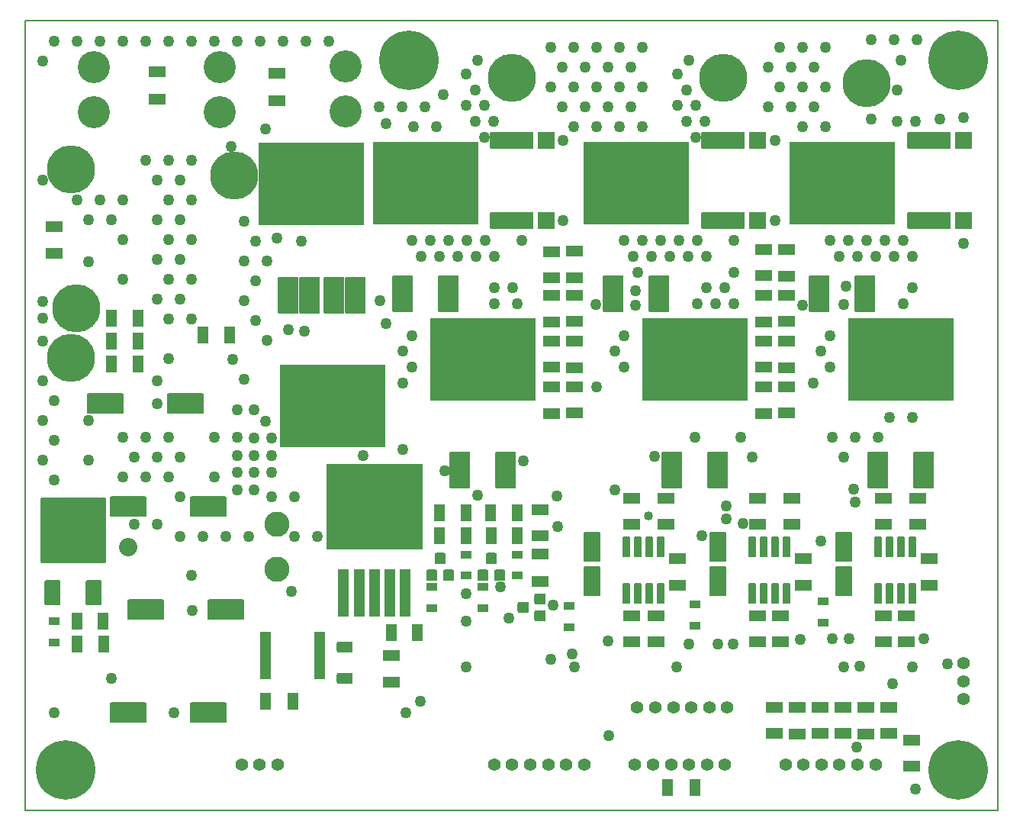
<source format=gbr>
G04 PROTEUS GERBER X2 FILE*
%TF.GenerationSoftware,Labcenter,Proteus,8.7-SP3-Build25561*%
%TF.CreationDate,2021-07-01T20:15:02+00:00*%
%TF.FileFunction,Soldermask,Top*%
%TF.FilePolarity,Negative*%
%TF.Part,Single*%
%TF.SameCoordinates,{0ff4b75a-929f-468c-805a-ac40d57636d7}*%
%FSLAX45Y45*%
%MOMM*%
G01*
%TA.AperFunction,Material*%
%ADD51C,1.270000*%
%ADD52C,2.032000*%
%ADD53C,1.016000*%
%AMPPAD048*
4,1,36,
2.413000,0.825500,
2.413000,-0.825500,
2.410470,-0.851470,
2.403200,-0.875480,
2.391650,-0.897080,
2.376290,-0.915790,
2.357570,-0.931150,
2.335980,-0.942700,
2.311970,-0.949970,
2.286000,-0.952500,
-2.286000,-0.952500,
-2.311970,-0.949970,
-2.335980,-0.942700,
-2.357570,-0.931150,
-2.376290,-0.915790,
-2.391650,-0.897080,
-2.403200,-0.875480,
-2.410470,-0.851470,
-2.413000,-0.825500,
-2.413000,0.825500,
-2.410470,0.851470,
-2.403200,0.875480,
-2.391650,0.897080,
-2.376290,0.915790,
-2.357570,0.931150,
-2.335980,0.942700,
-2.311970,0.949970,
-2.286000,0.952500,
2.286000,0.952500,
2.311970,0.949970,
2.335980,0.942700,
2.357570,0.931150,
2.376290,0.915790,
2.391650,0.897080,
2.403200,0.875480,
2.410470,0.851470,
2.413000,0.825500,
0*%
%TA.AperFunction,Material*%
%ADD54PPAD048*%
%AMPPAD049*
4,1,36,
0.952500,0.825500,
0.952500,-0.825500,
0.949970,-0.851470,
0.942700,-0.875480,
0.931150,-0.897080,
0.915790,-0.915790,
0.897070,-0.931150,
0.875480,-0.942700,
0.851470,-0.949970,
0.825500,-0.952500,
-0.825500,-0.952500,
-0.851470,-0.949970,
-0.875480,-0.942700,
-0.897070,-0.931150,
-0.915790,-0.915790,
-0.931150,-0.897080,
-0.942700,-0.875480,
-0.949970,-0.851470,
-0.952500,-0.825500,
-0.952500,0.825500,
-0.949970,0.851470,
-0.942700,0.875480,
-0.931150,0.897080,
-0.915790,0.915790,
-0.897070,0.931150,
-0.875480,0.942700,
-0.851470,0.949970,
-0.825500,0.952500,
0.825500,0.952500,
0.851470,0.949970,
0.875480,0.942700,
0.897070,0.931150,
0.915790,0.915790,
0.931150,0.897080,
0.942700,0.875480,
0.949970,0.851470,
0.952500,0.825500,
0*%
%ADD55PPAD049*%
%TA.AperFunction,Material*%
%ADD56C,5.334000*%
%AMPPAD051*
4,1,36,
-2.032000,-1.016000,
-2.032000,1.016000,
-2.029470,1.041970,
-2.022200,1.065980,
-2.010650,1.087580,
-1.995290,1.106290,
-1.976570,1.121650,
-1.954980,1.133200,
-1.930970,1.140470,
-1.905000,1.143000,
1.905000,1.143000,
1.930970,1.140470,
1.954980,1.133200,
1.976570,1.121650,
1.995290,1.106290,
2.010650,1.087580,
2.022200,1.065980,
2.029470,1.041970,
2.032000,1.016000,
2.032000,-1.016000,
2.029470,-1.041970,
2.022200,-1.065980,
2.010650,-1.087580,
1.995290,-1.106290,
1.976570,-1.121650,
1.954980,-1.133200,
1.930970,-1.140470,
1.905000,-1.143000,
-1.905000,-1.143000,
-1.930970,-1.140470,
-1.954980,-1.133200,
-1.976570,-1.121650,
-1.995290,-1.106290,
-2.010650,-1.087580,
-2.022200,-1.065980,
-2.029470,-1.041970,
-2.032000,-1.016000,
0*%
%TA.AperFunction,Material*%
%ADD57PPAD051*%
%AMPPAD052*
4,1,36,
-3.492500,3.619500,
3.492500,3.619500,
3.518470,3.616970,
3.542480,3.609700,
3.564080,3.598150,
3.582790,3.582790,
3.598150,3.564070,
3.609700,3.542480,
3.616970,3.518470,
3.619500,3.492500,
3.619500,-3.492500,
3.616970,-3.518470,
3.609700,-3.542480,
3.598150,-3.564070,
3.582790,-3.582790,
3.564080,-3.598150,
3.542480,-3.609700,
3.518470,-3.616970,
3.492500,-3.619500,
-3.492500,-3.619500,
-3.518470,-3.616970,
-3.542480,-3.609700,
-3.564080,-3.598150,
-3.582790,-3.582790,
-3.598150,-3.564070,
-3.609700,-3.542480,
-3.616970,-3.518470,
-3.619500,-3.492500,
-3.619500,3.492500,
-3.616970,3.518470,
-3.609700,3.542480,
-3.598150,3.564070,
-3.582790,3.582790,
-3.564080,3.598150,
-3.542480,3.609700,
-3.518470,3.616970,
-3.492500,3.619500,
0*%
%TA.AperFunction,Material*%
%ADD58PPAD052*%
%AMPPAD053*
4,1,36,
-0.762000,1.397000,
0.762000,1.397000,
0.787970,1.394470,
0.811980,1.387200,
0.833580,1.375650,
0.852290,1.360290,
0.867650,1.341570,
0.879200,1.319980,
0.886470,1.295970,
0.889000,1.270000,
0.889000,-1.270000,
0.886470,-1.295970,
0.879200,-1.319980,
0.867650,-1.341570,
0.852290,-1.360290,
0.833580,-1.375650,
0.811980,-1.387200,
0.787970,-1.394470,
0.762000,-1.397000,
-0.762000,-1.397000,
-0.787970,-1.394470,
-0.811980,-1.387200,
-0.833580,-1.375650,
-0.852290,-1.360290,
-0.867650,-1.341570,
-0.879200,-1.319980,
-0.886470,-1.295970,
-0.889000,-1.270000,
-0.889000,1.270000,
-0.886470,1.295970,
-0.879200,1.319980,
-0.867650,1.341570,
-0.852290,1.360290,
-0.833580,1.375650,
-0.811980,1.387200,
-0.787970,1.394470,
-0.762000,1.397000,
0*%
%ADD59PPAD053*%
%AMPPAD054*
4,1,36,
0.571500,0.317500,
0.571500,-0.317500,
0.568970,-0.343470,
0.561700,-0.367480,
0.550150,-0.389080,
0.534790,-0.407790,
0.516070,-0.423150,
0.494480,-0.434700,
0.470470,-0.441970,
0.444500,-0.444500,
-0.444500,-0.444500,
-0.470470,-0.441970,
-0.494480,-0.434700,
-0.516070,-0.423150,
-0.534790,-0.407790,
-0.550150,-0.389080,
-0.561700,-0.367480,
-0.568970,-0.343470,
-0.571500,-0.317500,
-0.571500,0.317500,
-0.568970,0.343470,
-0.561700,0.367480,
-0.550150,0.389080,
-0.534790,0.407790,
-0.516070,0.423150,
-0.494480,0.434700,
-0.470470,0.441970,
-0.444500,0.444500,
0.444500,0.444500,
0.470470,0.441970,
0.494480,0.434700,
0.516070,0.423150,
0.534790,0.407790,
0.550150,0.389080,
0.561700,0.367480,
0.568970,0.343470,
0.571500,0.317500,
0*%
%TA.AperFunction,Material*%
%ADD60PPAD054*%
%AMPPAD055*
4,1,4,
-0.571500,0.901700,
0.571500,0.901700,
0.571500,-0.901700,
-0.571500,-0.901700,
-0.571500,0.901700,
0*%
%ADD61PPAD055*%
%AMPPAD056*
4,1,4,
-0.571500,2.603500,
0.571500,2.603500,
0.571500,-2.603500,
-0.571500,-2.603500,
-0.571500,2.603500,
0*%
%TA.AperFunction,Material*%
%ADD62PPAD056*%
%AMPPAD057*
4,1,4,
-5.372100,-4.775200,
-5.372100,4.775200,
5.372100,4.775200,
5.372100,-4.775200,
-5.372100,-4.775200,
0*%
%ADD63PPAD057*%
%AMPPAD058*
4,1,4,
0.596900,-2.654300,
-0.596900,-2.654300,
-0.596900,2.654300,
0.596900,2.654300,
0.596900,-2.654300,
0*%
%TA.AperFunction,Material*%
%ADD64PPAD058*%
%AMPPAD059*
4,1,36,
-0.889000,-0.444500,
-0.889000,0.444500,
-0.886470,0.470470,
-0.879200,0.494480,
-0.867650,0.516080,
-0.852290,0.534790,
-0.833570,0.550150,
-0.811980,0.561700,
-0.787970,0.568970,
-0.762000,0.571500,
0.762000,0.571500,
0.787970,0.568970,
0.811980,0.561700,
0.833570,0.550150,
0.852290,0.534790,
0.867650,0.516080,
0.879200,0.494480,
0.886470,0.470470,
0.889000,0.444500,
0.889000,-0.444500,
0.886470,-0.470470,
0.879200,-0.494480,
0.867650,-0.516080,
0.852290,-0.534790,
0.833570,-0.550150,
0.811980,-0.561700,
0.787970,-0.568970,
0.762000,-0.571500,
-0.762000,-0.571500,
-0.787970,-0.568970,
-0.811980,-0.561700,
-0.833570,-0.550150,
-0.852290,-0.534790,
-0.867650,-0.516080,
-0.879200,-0.494480,
-0.886470,-0.470470,
-0.889000,-0.444500,
0*%
%ADD65PPAD059*%
%AMPPAD060*
4,1,4,
0.901700,0.571500,
0.901700,-0.571500,
-0.901700,-0.571500,
-0.901700,0.571500,
0.901700,0.571500,
0*%
%ADD66PPAD060*%
%AMPPAD061*
4,1,36,
0.317500,-1.143000,
-0.317500,-1.143000,
-0.343470,-1.140470,
-0.367480,-1.133200,
-0.389080,-1.121650,
-0.407790,-1.106290,
-0.423150,-1.087570,
-0.434700,-1.065980,
-0.441970,-1.041970,
-0.444500,-1.016000,
-0.444500,1.016000,
-0.441970,1.041970,
-0.434700,1.065980,
-0.423150,1.087570,
-0.407790,1.106290,
-0.389080,1.121650,
-0.367480,1.133200,
-0.343470,1.140470,
-0.317500,1.143000,
0.317500,1.143000,
0.343470,1.140470,
0.367480,1.133200,
0.389080,1.121650,
0.407790,1.106290,
0.423150,1.087570,
0.434700,1.065980,
0.441970,1.041970,
0.444500,1.016000,
0.444500,-1.016000,
0.441970,-1.041970,
0.434700,-1.065980,
0.423150,-1.087570,
0.407790,-1.106290,
0.389080,-1.121650,
0.367480,-1.133200,
0.343470,-1.140470,
0.317500,-1.143000,
0*%
%TA.AperFunction,Material*%
%ADD67PPAD061*%
%AMPPAD062*
4,1,36,
-0.825500,1.651000,
0.825500,1.651000,
0.851470,1.648470,
0.875480,1.641200,
0.897080,1.629650,
0.915790,1.614290,
0.931150,1.595570,
0.942700,1.573980,
0.949970,1.549970,
0.952500,1.524000,
0.952500,-1.524000,
0.949970,-1.549970,
0.942700,-1.573980,
0.931150,-1.595570,
0.915790,-1.614290,
0.897080,-1.629650,
0.875480,-1.641200,
0.851470,-1.648470,
0.825500,-1.651000,
-0.825500,-1.651000,
-0.851470,-1.648470,
-0.875480,-1.641200,
-0.897080,-1.629650,
-0.915790,-1.614290,
-0.931150,-1.595570,
-0.942700,-1.573980,
-0.949970,-1.549970,
-0.952500,-1.524000,
-0.952500,1.524000,
-0.949970,1.549970,
-0.942700,1.573980,
-0.931150,1.595570,
-0.915790,1.614290,
-0.897080,1.629650,
-0.875480,1.641200,
-0.851470,1.648470,
-0.825500,1.651000,
0*%
%TA.AperFunction,Material*%
%ADD68PPAD062*%
%AMPPAD063*
4,1,36,
0.444500,-0.635000,
-0.444500,-0.635000,
-0.470470,-0.632470,
-0.494480,-0.625200,
-0.516080,-0.613650,
-0.534790,-0.598290,
-0.550150,-0.579570,
-0.561700,-0.557980,
-0.568970,-0.533970,
-0.571500,-0.508000,
-0.571500,0.508000,
-0.568970,0.533970,
-0.561700,0.557980,
-0.550150,0.579570,
-0.534790,0.598290,
-0.516080,0.613650,
-0.494480,0.625200,
-0.470470,0.632470,
-0.444500,0.635000,
0.444500,0.635000,
0.470470,0.632470,
0.494480,0.625200,
0.516080,0.613650,
0.534790,0.598290,
0.550150,0.579570,
0.561700,0.557980,
0.568970,0.533970,
0.571500,0.508000,
0.571500,-0.508000,
0.568970,-0.533970,
0.561700,-0.557980,
0.550150,-0.579570,
0.534790,-0.598290,
0.516080,-0.613650,
0.494480,-0.625200,
0.470470,-0.632470,
0.444500,-0.635000,
0*%
%TA.AperFunction,Material*%
%ADD69PPAD063*%
%AMPPAD064*
4,1,36,
0.635000,0.444500,
0.635000,-0.444500,
0.632470,-0.470470,
0.625200,-0.494480,
0.613650,-0.516080,
0.598290,-0.534790,
0.579570,-0.550150,
0.557980,-0.561700,
0.533970,-0.568970,
0.508000,-0.571500,
-0.508000,-0.571500,
-0.533970,-0.568970,
-0.557980,-0.561700,
-0.579570,-0.550150,
-0.598290,-0.534790,
-0.613650,-0.516080,
-0.625200,-0.494480,
-0.632470,-0.470470,
-0.635000,-0.444500,
-0.635000,0.444500,
-0.632470,0.470470,
-0.625200,0.494480,
-0.613650,0.516080,
-0.598290,0.534790,
-0.579570,0.550150,
-0.557980,0.561700,
-0.533970,0.568970,
-0.508000,0.571500,
0.508000,0.571500,
0.533970,0.568970,
0.557980,0.561700,
0.579570,0.550150,
0.598290,0.534790,
0.613650,0.516080,
0.625200,0.494480,
0.632470,0.470470,
0.635000,0.444500,
0*%
%ADD74PPAD064*%
%ADD75C,1.397000*%
%TA.AperFunction,Material*%
%ADD76C,3.556000*%
%TA.AperFunction,Material*%
%ADD77C,6.604000*%
%TA.AperFunction,Material*%
%ADD78C,2.794000*%
%AMPPAD069*
4,1,36,
5.715000,-4.572000,
-5.715000,-4.572000,
-5.740970,-4.569470,
-5.764980,-4.562200,
-5.786580,-4.550650,
-5.805290,-4.535290,
-5.820650,-4.516570,
-5.832200,-4.494980,
-5.839470,-4.470970,
-5.842000,-4.445000,
-5.842000,4.445000,
-5.839470,4.470970,
-5.832200,4.494980,
-5.820650,4.516570,
-5.805290,4.535290,
-5.786580,4.550650,
-5.764980,4.562200,
-5.740970,4.569470,
-5.715000,4.572000,
5.715000,4.572000,
5.740970,4.569470,
5.764980,4.562200,
5.786580,4.550650,
5.805290,4.535290,
5.820650,4.516570,
5.832200,4.494980,
5.839470,4.470970,
5.842000,4.445000,
5.842000,-4.445000,
5.839470,-4.470970,
5.832200,-4.494980,
5.820650,-4.516570,
5.805290,-4.535290,
5.786580,-4.550650,
5.764980,-4.562200,
5.740970,-4.569470,
5.715000,-4.572000,
0*%
%TA.AperFunction,Material*%
%ADD79PPAD069*%
%AMPPAD070*
4,1,36,
1.016000,-2.032000,
-1.016000,-2.032000,
-1.041970,-2.029470,
-1.065980,-2.022200,
-1.087580,-2.010650,
-1.106290,-1.995290,
-1.121650,-1.976570,
-1.133200,-1.954980,
-1.140470,-1.930970,
-1.143000,-1.905000,
-1.143000,1.905000,
-1.140470,1.930970,
-1.133200,1.954980,
-1.121650,1.976570,
-1.106290,1.995290,
-1.087580,2.010650,
-1.065980,2.022200,
-1.041970,2.029470,
-1.016000,2.032000,
1.016000,2.032000,
1.041970,2.029470,
1.065980,2.022200,
1.087580,2.010650,
1.106290,1.995290,
1.121650,1.976570,
1.133200,1.954980,
1.140470,1.930970,
1.143000,1.905000,
1.143000,-1.905000,
1.140470,-1.930970,
1.133200,-1.954980,
1.121650,-1.976570,
1.106290,-1.995290,
1.087580,-2.010650,
1.065980,-2.022200,
1.041970,-2.029470,
1.016000,-2.032000,
0*%
%ADD80PPAD070*%
%TA.AperFunction,Profile*%
%ADD39C,0.203200*%
%TD.AperFunction*%
D51*
X+3225800Y+1174750D03*
X+3479800Y+1174750D03*
X+5257800Y+1174750D03*
X+5511800Y+1174750D03*
X+5765800Y+1174750D03*
X+7543800Y+1174750D03*
X+7797800Y+1174750D03*
X+3098800Y+1394720D03*
X+3352800Y+1394720D03*
X+4876800Y+1394720D03*
X+5130800Y+1394720D03*
X+5384800Y+1394720D03*
X+5638800Y+1394720D03*
X+7162800Y+1394720D03*
X+7416800Y+1394720D03*
X+7670800Y+1394720D03*
X+4749800Y+1614690D03*
X+5003800Y+1614690D03*
X+5257800Y+1614690D03*
X+5511800Y+1614690D03*
X+5765800Y+1614690D03*
X+7289800Y+1614690D03*
X+7543800Y+1614690D03*
X+7797800Y+1614690D03*
X+4876800Y+1834660D03*
X+5130800Y+1834660D03*
X+5384800Y+1834660D03*
X+5638800Y+1834660D03*
X+7162800Y+1834660D03*
X+7416800Y+1834660D03*
X+7670800Y+1834660D03*
X+4749800Y+2054630D03*
X+5003800Y+2054630D03*
X+5257800Y+2054630D03*
X+5511800Y+2054630D03*
X+5765800Y+2054630D03*
X+7289800Y+2054630D03*
X+7543800Y+2054630D03*
X+7797800Y+2054630D03*
X+5562600Y-1497654D03*
X+5461000Y-1321678D03*
X+5562600Y-1145702D03*
X+5715000Y-444500D03*
X+5689600Y-812800D03*
X+5689600Y-647700D03*
X+6375400Y-793750D03*
X+6578600Y-793750D03*
X+6781800Y-793750D03*
X+6477000Y-617774D03*
X+6680200Y-617774D03*
X+6781800Y-441798D03*
X+5664200Y-265822D03*
X+5867400Y-265822D03*
X+6070600Y-265822D03*
X+6273800Y-265822D03*
X+6477000Y-265822D03*
X+5562600Y-89846D03*
X+5765800Y-89846D03*
X+5969000Y-89846D03*
X+6172200Y-89846D03*
X+6375400Y-89846D03*
X+6781800Y-89846D03*
X+7848600Y-1497654D03*
X+7747000Y-1321678D03*
X+7848600Y-1145702D03*
X+8001000Y-800100D03*
X+8026400Y-596900D03*
X+8661400Y-793750D03*
X+8763000Y-617774D03*
X+7950200Y-265822D03*
X+8153400Y-265822D03*
X+8356600Y-265822D03*
X+8559800Y-265822D03*
X+8763000Y-265822D03*
X+7848600Y-89846D03*
X+8051800Y-89846D03*
X+8255000Y-89846D03*
X+8458200Y-89846D03*
X+8661400Y-89846D03*
X+3213100Y-1497654D03*
X+3111500Y-1321678D03*
X+3213100Y-1145702D03*
X+4127500Y-617774D03*
X+4330700Y-617774D03*
X+3314700Y-265822D03*
X+3517900Y-265822D03*
X+3721100Y-265822D03*
X+3924300Y-265822D03*
X+4127500Y-265822D03*
X+3213100Y-89846D03*
X+3416300Y-89846D03*
X+3619500Y-89846D03*
X+3822700Y-89846D03*
X+4025900Y-89846D03*
X+4432300Y-89846D03*
X+4013200Y+1052310D03*
X+3911600Y+1228286D03*
X+4114800Y+1228286D03*
X+3810000Y+1404262D03*
X+4013200Y+1404262D03*
X+3911600Y+1580238D03*
X+3810000Y+1756214D03*
X+3937000Y+1905000D03*
X+8597900Y+1228286D03*
X+8801100Y+1228286D03*
X+8597900Y+1580238D03*
X+8636000Y+1905000D03*
X+6363969Y+1052310D03*
X+6262369Y+1228286D03*
X+6465569Y+1228286D03*
X+6160769Y+1404262D03*
X+6363969Y+1404262D03*
X+6262369Y+1580238D03*
X+6160769Y+1756214D03*
X+6286500Y+1905000D03*
X+7747000Y-3429000D03*
X+6428649Y-3363510D03*
X+3111500Y-1673630D03*
X+4127500Y-793750D03*
X+4381500Y-793750D03*
X+5003800Y+1174750D03*
X-127000Y-4953000D03*
D52*
X+63500Y-3492500D03*
D51*
X+1870921Y-3983646D03*
X+1599186Y-1195100D03*
X+1472186Y-975130D03*
X+1345186Y-755160D03*
X+1472186Y-535190D03*
X+1345186Y-315220D03*
X+1599186Y-315220D03*
X+1472186Y-95250D03*
X+1345186Y+124720D03*
X+1714500Y-63500D03*
X+1206500Y+952500D03*
X+1587500Y+1143000D03*
X-762000Y-2746780D03*
X-889000Y-2526810D03*
X-762000Y-2306840D03*
X-889000Y-2086870D03*
X-381000Y-2086870D03*
X-762000Y-1866900D03*
X-889000Y-1646930D03*
X-889000Y-1206990D03*
X-889000Y-952500D03*
X-889000Y-767050D03*
X-381000Y-327110D03*
X+2844800Y+1394720D03*
X+8305800Y+1257545D03*
X+9067800Y+1257545D03*
X+8305800Y+2137425D03*
X+8559800Y+2137425D03*
X+8813800Y+2137425D03*
D53*
X+5837110Y-3144357D03*
D51*
X+2921000Y+1206500D03*
X+4889500Y+1016000D03*
X+4889500Y+127000D03*
X+2857500Y-762000D03*
X+9334500Y-127000D03*
X+9334500Y+1270000D03*
X+7239000Y+1016000D03*
X+7239000Y+127000D03*
X+5461000Y-2857500D03*
X+4191000Y-3937000D03*
X+6286500Y-4572000D03*
X+6604000Y-4572000D03*
X+7519052Y-4519896D03*
X+7874000Y-4508500D03*
X+3811743Y-4009908D03*
X+3810000Y-4318000D03*
X+2921000Y-1016000D03*
X+635000Y-3378275D03*
X+889000Y-3378275D03*
X+1143000Y-3378275D03*
X+1397000Y-3378275D03*
X+1905000Y-3378275D03*
X+2159000Y-3378275D03*
X+127000Y-3238500D03*
X+381000Y-3238500D03*
X+1651000Y-2667000D03*
X+1651000Y-2286000D03*
X+1460500Y-2476500D03*
X+0Y-2718365D03*
X+508000Y-2718365D03*
X+1460500Y-2857500D03*
X+1460500Y-2667000D03*
X+1651000Y-2476500D03*
X+381000Y-2498395D03*
X+381000Y-1651000D03*
X+1270000Y-2476500D03*
X+1270000Y-2667000D03*
X+3111500Y-2413000D03*
X+4445000Y-2540000D03*
X+6985000Y-2498395D03*
X+0Y-2278425D03*
X+254000Y-2278425D03*
X+508000Y-2278425D03*
X+1016000Y-2278425D03*
X+1270000Y-2278425D03*
X+1270000Y-2857500D03*
X+1270000Y-1968500D03*
X+1460500Y-1968500D03*
X+1460500Y-2286000D03*
X+6858000Y-2278425D03*
X+381000Y-1905000D03*
X+1587500Y-2095500D03*
X+508000Y-1398545D03*
X+508000Y-958605D03*
X+762000Y-958605D03*
X+381000Y-738635D03*
X+635000Y-738635D03*
X+0Y-518665D03*
X+508000Y-518665D03*
X+762000Y-518665D03*
X+381000Y-298695D03*
X+635000Y-298695D03*
X+0Y-78725D03*
X+508000Y-78725D03*
X+762000Y-78725D03*
X-381000Y+141245D03*
X-127000Y+141245D03*
X+381000Y+141245D03*
X+635000Y+141245D03*
X-508000Y+361215D03*
X-254000Y+361215D03*
X+0Y+361215D03*
X+508000Y+361215D03*
X+762000Y+361215D03*
X-889000Y+581185D03*
X+381000Y+581185D03*
X+635000Y+581185D03*
X+254000Y+801155D03*
X+508000Y+801155D03*
X+762000Y+801155D03*
X-889000Y+1901005D03*
X-762000Y+2120975D03*
X-508000Y+2120975D03*
X-254000Y+2120975D03*
X+0Y+2120975D03*
X+254000Y+2120975D03*
X+508000Y+2120975D03*
X+762000Y+2120975D03*
X+1016000Y+2120975D03*
X+1270000Y+2120975D03*
X+1524000Y+2120975D03*
X+1778000Y+2120975D03*
X+2032000Y+2120975D03*
X+2286000Y+2120975D03*
X+5384021Y-4535575D03*
X-762000Y-5334000D03*
X+4283159Y-4283011D03*
X+4826045Y-3267760D03*
X+3937000Y-2921000D03*
X+8179340Y-4812956D03*
X+8546457Y-5012353D03*
X+8763000Y-4826000D03*
X+8890000Y-4508500D03*
X+9152534Y-4790567D03*
X+8144101Y-5716084D03*
X+8802625Y-6177544D03*
X+6153231Y-4826944D03*
X+6778656Y-4571579D03*
X+8064500Y-4508500D03*
X+8001000Y-4826000D03*
X+5397500Y-5588000D03*
X+4775444Y-4133215D03*
X+4754453Y-4741974D03*
X+3810000Y-4826000D03*
X+4993399Y-4680922D03*
X+5016500Y-4826000D03*
X+3302000Y-5207000D03*
X+3145817Y-5333103D03*
X+2667000Y-2476500D03*
X+1841500Y-1079500D03*
X+2014205Y-1094840D03*
X+571500Y-5334000D03*
X+772975Y-4198785D03*
X+3556000Y+1524000D03*
X+762000Y-3810000D03*
X+3576345Y-2643122D03*
X+7543800Y-812800D03*
X+8127850Y-2993866D03*
X+8118219Y-2853714D03*
X+4818888Y-2925288D03*
X+5249412Y-804176D03*
X+6696244Y-3035770D03*
X+5257800Y-1714500D03*
X+5905500Y-2489200D03*
X+6883138Y-3230089D03*
X+6698805Y-3180794D03*
X+7664736Y-1676863D03*
X-381000Y-2526810D03*
X+635000Y-2938335D03*
X+1651000Y-2938335D03*
X+1905000Y-2938335D03*
X+254000Y-2718365D03*
X+1016000Y-2718365D03*
X+127000Y-2498395D03*
X+635000Y-2498395D03*
X+8001000Y-2498395D03*
X+6350000Y-2278425D03*
X+7874000Y-2278425D03*
X+8128000Y-2278425D03*
X+8382000Y-2278425D03*
X+8509000Y-2058455D03*
X+8763000Y-2058455D03*
X+1345186Y-1635040D03*
X+1218186Y-1415070D03*
X+1980186Y-95250D03*
D54*
X+6667500Y+1016000D03*
X+6667500Y+127000D03*
D55*
X+7048500Y+127000D03*
X+7048500Y+1016000D03*
D54*
X+8953500Y+1016000D03*
X+8953500Y+127000D03*
D55*
X+9334500Y+127000D03*
X+9334500Y+1016000D03*
D54*
X+4318000Y+1016000D03*
X+4318000Y+127000D03*
D55*
X+4699000Y+127000D03*
X+4699000Y+1016000D03*
D56*
X+4318000Y+1714500D03*
X+6667500Y+1714500D03*
X+8255000Y+1651000D03*
D57*
X+952500Y-3048000D03*
X+63500Y-3048000D03*
X+698500Y-1905000D03*
X-190500Y-1905000D03*
D58*
X-546100Y-3309620D03*
D59*
X-774700Y-4000500D03*
X-317500Y-4000500D03*
D60*
X-762000Y-4553000D03*
X-762000Y-4318050D03*
D61*
X-508000Y-4318000D03*
X-218000Y-4318000D03*
D57*
X+254000Y-4191000D03*
X+1143000Y-4191000D03*
D62*
X+2453640Y-4000500D03*
X+2623820Y-4000500D03*
X+2794000Y-4000500D03*
X+2964180Y-4000500D03*
X+3134360Y-4000500D03*
D63*
X+2794000Y-3048000D03*
D64*
X+2187500Y-4699000D03*
X+1587500Y-4699000D03*
D65*
X+2469837Y-4946337D03*
X+2469837Y-4606337D03*
D61*
X-508000Y-4572000D03*
X-208000Y-4572000D03*
D66*
X+2984500Y-4699000D03*
X+2984500Y-4989000D03*
D61*
X+3274500Y-4445000D03*
X+2984500Y-4445000D03*
X+173000Y-1460500D03*
X-127000Y-1460500D03*
X+173000Y-952500D03*
X-127000Y-952500D03*
X+173000Y-1206500D03*
X-127000Y-1206500D03*
D66*
X+381000Y+1778000D03*
X+381000Y+1478000D03*
X+1714500Y+1760500D03*
X+1714500Y+1460500D03*
D61*
X+889000Y-1143000D03*
X+1189000Y-1143000D03*
D56*
X-571500Y+698500D03*
X-571500Y-1397000D03*
D61*
X+1887500Y-5207000D03*
X+1587500Y-5207000D03*
D66*
X+6032500Y-2948500D03*
X+6032500Y-3238500D03*
X+5651500Y-2948500D03*
X+5651500Y-3238500D03*
D67*
X+5588000Y-4013200D03*
X+5715000Y-4013200D03*
X+5842000Y-4013200D03*
X+5969000Y-4013200D03*
X+5969000Y-3492500D03*
X+5842000Y-3492500D03*
X+5715000Y-3492500D03*
X+5588000Y-3492500D03*
X+6985000Y-4013200D03*
X+7112000Y-4013200D03*
X+7239000Y-4013200D03*
X+7366000Y-4013200D03*
X+7366000Y-3492500D03*
X+7239000Y-3492500D03*
X+7112000Y-3492500D03*
X+6985000Y-3492500D03*
X+8382000Y-4013200D03*
X+8509000Y-4013200D03*
X+8636000Y-4013200D03*
X+8763000Y-4013200D03*
X+8763000Y-3492500D03*
X+8636000Y-3492500D03*
X+8509000Y-3492500D03*
X+8382000Y-3492500D03*
D66*
X+7048500Y-2948500D03*
X+7048500Y-3238500D03*
D68*
X+5207000Y-3492500D03*
X+5207000Y-3873500D03*
X+6604000Y-3492500D03*
X+6604000Y-3873500D03*
X+8001000Y-3492500D03*
X+8001000Y-3873500D03*
D60*
X+4953000Y-4381500D03*
X+4953000Y-4146550D03*
X+6350000Y-4362450D03*
X+6350000Y-4127500D03*
X+7778750Y-4330700D03*
X+7778750Y-4095750D03*
D66*
X+6159500Y-3619500D03*
X+6159500Y-3919500D03*
X+7556500Y-3619500D03*
X+7556500Y-3919500D03*
X+8953500Y-3619500D03*
X+8953500Y-3919500D03*
X+7429500Y-2948500D03*
X+7429500Y-3238500D03*
X+8445500Y-2948500D03*
X+8445500Y-3238500D03*
X+8826500Y-2948500D03*
X+8826500Y-3238500D03*
X+5651500Y-4544500D03*
X+5651500Y-4254500D03*
X+5923000Y-4544500D03*
X+5923000Y-4254500D03*
X+7048500Y-4544500D03*
X+7048500Y-4254500D03*
X+5016500Y-698500D03*
X+5016500Y-988500D03*
X+4762500Y-218000D03*
X+4762500Y-508000D03*
X+5016500Y-1714500D03*
X+5016500Y-2004500D03*
X+4762500Y-1206500D03*
X+4762500Y-1496500D03*
X+5016500Y-208000D03*
X+5016500Y-508000D03*
X+4762500Y-698500D03*
X+4762500Y-998500D03*
X+5016500Y-1206500D03*
X+5016500Y-1506500D03*
X+4762500Y-1714500D03*
X+4762500Y-2014500D03*
X+7366000Y-190500D03*
X+7366000Y-490500D03*
X+7112000Y-698500D03*
X+7112000Y-998500D03*
X+7366000Y-1206500D03*
X+7366000Y-1506500D03*
X+7112000Y-1714500D03*
X+7112000Y-2014500D03*
X+7366000Y-698500D03*
X+7366000Y-988500D03*
X+7112000Y-190500D03*
X+7112000Y-480500D03*
X+7366000Y-1714500D03*
X+7366000Y-2004500D03*
X+7112000Y-1206500D03*
X+7112000Y-1496500D03*
D69*
X+3522980Y-3619500D03*
X+3429000Y-3810000D03*
X+3616960Y-3810000D03*
X+4094480Y-3619500D03*
X+4000500Y-3810000D03*
X+4188460Y-3810000D03*
D74*
X+4445000Y-4160520D03*
X+4635500Y-4254500D03*
X+4635500Y-4066540D03*
D60*
X+3810000Y-3575050D03*
X+3810000Y-3810000D03*
X+3429000Y-3937000D03*
X+3429000Y-4171950D03*
X+4381500Y-3575050D03*
X+4381500Y-3810000D03*
X+4000500Y-3937000D03*
X+4000500Y-4171950D03*
D61*
X+3520000Y-3365500D03*
X+3810000Y-3365500D03*
X+3520000Y-3111500D03*
X+3810000Y-3111500D03*
X+4381500Y-3365500D03*
X+4091500Y-3365500D03*
D66*
X+4635500Y-3075500D03*
X+4635500Y-3365500D03*
X+4635500Y-3873500D03*
X+4635500Y-3573500D03*
D61*
X+4381500Y-3111500D03*
X+4081500Y-3111500D03*
D66*
X+8699500Y-4544500D03*
X+8699500Y-4254500D03*
D57*
X+63500Y-5334000D03*
X+952500Y-5334000D03*
D61*
X+6350000Y-6159500D03*
X+6050000Y-6159500D03*
D66*
X+8245500Y-5570500D03*
X+8245500Y-5270500D03*
X+7483500Y-5570499D03*
X+7483500Y-5270500D03*
X-762000Y+63500D03*
X-762000Y-236500D03*
D75*
X+9334500Y-5181500D03*
X+9334500Y-4981500D03*
X+9334500Y-4781500D03*
D66*
X+7302500Y-4544500D03*
X+7302500Y-4254500D03*
X+8445500Y-4544500D03*
X+8445500Y-4254500D03*
X+8753500Y-5635301D03*
X+8753500Y-5925301D03*
X+7991500Y-5270500D03*
X+7991500Y-5560500D03*
X+7737500Y-5270500D03*
X+7737500Y-5560500D03*
X+8499500Y-5270500D03*
X+8499500Y-5560500D03*
X+7229500Y-5270500D03*
X+7229500Y-5560500D03*
D75*
X+8356500Y-5905500D03*
X+8156500Y-5905500D03*
X+7956500Y-5905500D03*
X+7756500Y-5905500D03*
X+7556500Y-5905500D03*
X+7356500Y-5905500D03*
D56*
X-510798Y-841109D03*
X+1240380Y+628303D03*
D76*
X+1079500Y+1333500D03*
X+1079500Y+1833500D03*
X-317500Y+1333500D03*
X-317500Y+1833500D03*
X+2476500Y+1337500D03*
X+2476500Y+1837500D03*
D77*
X+9271000Y+1905000D03*
X+3175000Y+1905000D03*
X+9271000Y-5969000D03*
X-635000Y-5969000D03*
D75*
X+4124500Y-5905500D03*
X+4324500Y-5905500D03*
X+4524500Y-5905500D03*
X+4724500Y-5905500D03*
X+4924500Y-5905500D03*
X+5124500Y-5905500D03*
X+5686500Y-5905500D03*
X+5886500Y-5905500D03*
X+6086500Y-5905500D03*
X+6286500Y-5905500D03*
X+6486500Y-5905500D03*
X+6686500Y-5905500D03*
X+5712000Y-5270500D03*
X+5912000Y-5270500D03*
X+6112000Y-5270500D03*
X+6312000Y-5270500D03*
X+6512000Y-5270500D03*
X+6712000Y-5270500D03*
X+1722731Y-5905500D03*
X+1522731Y-5905500D03*
X+1322731Y-5905500D03*
D78*
X+1714500Y-3738500D03*
X+1714500Y-3238500D03*
D79*
X+2332465Y-1930400D03*
D80*
X+2586465Y-698500D03*
X+2078465Y-698500D03*
D79*
X+2095500Y+533400D03*
D80*
X+1841500Y-698500D03*
X+2349500Y-698500D03*
D79*
X+3365500Y+546100D03*
D80*
X+3111500Y-685800D03*
X+3619500Y-685800D03*
D79*
X+4000500Y-1409700D03*
D80*
X+3746500Y-2641600D03*
X+4254500Y-2641600D03*
D79*
X+5702300Y+546100D03*
D80*
X+5448300Y-685800D03*
X+5956300Y-685800D03*
D79*
X+6350000Y-1409700D03*
D80*
X+6096000Y-2641600D03*
X+6604000Y-2641600D03*
D79*
X+7988300Y+546100D03*
D80*
X+7734300Y-685800D03*
X+8242300Y-685800D03*
D79*
X+8636000Y-1409700D03*
D80*
X+8382000Y-2641600D03*
X+8890000Y-2641600D03*
D39*
X-1079500Y-6413500D02*
X+9715500Y-6413500D01*
X+9715500Y+2349500D01*
X-1079500Y+2349500D01*
X-1079500Y-6413500D01*
M02*

</source>
